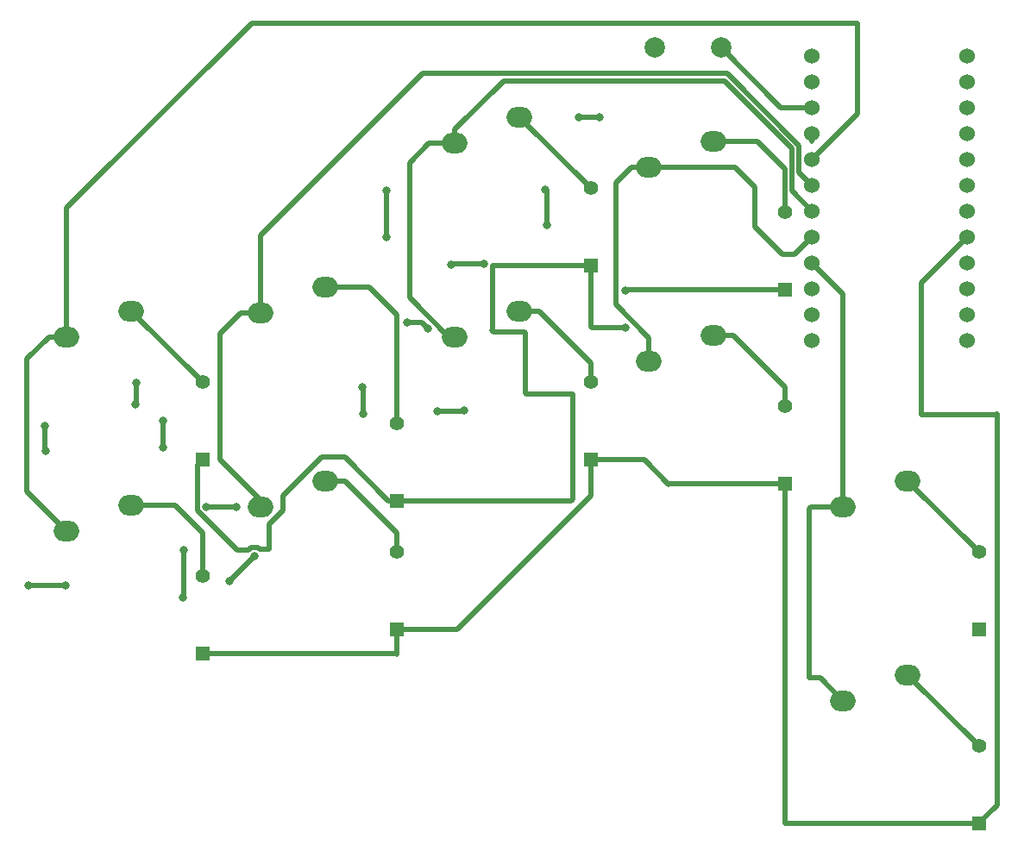
<source format=gbr>
%TF.GenerationSoftware,KiCad,Pcbnew,7.0.9*%
%TF.CreationDate,2023-11-17T20:08:44+09:00*%
%TF.ProjectId,Assemble,41737365-6d62-46c6-952e-6b696361645f,rev?*%
%TF.SameCoordinates,Original*%
%TF.FileFunction,Copper,L1,Top*%
%TF.FilePolarity,Positive*%
%FSLAX46Y46*%
G04 Gerber Fmt 4.6, Leading zero omitted, Abs format (unit mm)*
G04 Created by KiCad (PCBNEW 7.0.9) date 2023-11-17 20:08:44*
%MOMM*%
%LPD*%
G01*
G04 APERTURE LIST*
%TA.AperFunction,ComponentPad*%
%ADD10C,2.000000*%
%TD*%
%TA.AperFunction,ComponentPad*%
%ADD11R,1.397000X1.397000*%
%TD*%
%TA.AperFunction,ComponentPad*%
%ADD12C,1.397000*%
%TD*%
%TA.AperFunction,ComponentPad*%
%ADD13O,2.500000X2.000000*%
%TD*%
%TA.AperFunction,ComponentPad*%
%ADD14C,1.524000*%
%TD*%
%TA.AperFunction,ViaPad*%
%ADD15C,0.800000*%
%TD*%
%TA.AperFunction,Conductor*%
%ADD16C,0.500000*%
%TD*%
G04 APERTURE END LIST*
D10*
%TO.P,SW11,1,1*%
%TO.N,Rest*%
X91356250Y-107156250D03*
%TO.P,SW11,2,2*%
%TO.N,GND*%
X84856250Y-107156250D03*
%TD*%
D11*
%TO.P,D5,1,K*%
%TO.N,Low0*%
X78581250Y-128587500D03*
D12*
%TO.P,D5,2,A*%
%TO.N,Net-(D5-A)*%
X78581250Y-120967500D03*
%TD*%
D11*
%TO.P,D4,1,K*%
%TO.N,Low1*%
X59531250Y-164306250D03*
D12*
%TO.P,D4,2,A*%
%TO.N,Net-(D4-A)*%
X59531250Y-156686250D03*
%TD*%
D13*
%TO.P,SW1,1,1*%
%TO.N,Col0*%
X27146250Y-135572500D03*
%TO.P,SW1,2,2*%
%TO.N,Net-(D1-A)*%
X33496250Y-133032500D03*
%TD*%
D11*
%TO.P,D8,1,K*%
%TO.N,Low1*%
X97631250Y-150018750D03*
D12*
%TO.P,D8,2,A*%
%TO.N,Net-(D8-A)*%
X97631250Y-142398750D03*
%TD*%
D11*
%TO.P,D1,1,K*%
%TO.N,Low0*%
X40481250Y-147637500D03*
D12*
%TO.P,D1,2,A*%
%TO.N,Net-(D1-A)*%
X40481250Y-140017500D03*
%TD*%
D13*
%TO.P,SW6,1,1*%
%TO.N,Col2*%
X65246250Y-135572500D03*
%TO.P,SW6,2,2*%
%TO.N,Net-(D6-A)*%
X71596250Y-133032500D03*
%TD*%
D11*
%TO.P,D9,1,K*%
%TO.N,Low0*%
X116681250Y-164306250D03*
D12*
%TO.P,D9,2,A*%
%TO.N,Net-(D9-A)*%
X116681250Y-156686250D03*
%TD*%
D11*
%TO.P,D10,1,K*%
%TO.N,Low1*%
X116681250Y-183356250D03*
D12*
%TO.P,D10,2,A*%
%TO.N,Net-(D10-A)*%
X116681250Y-175736250D03*
%TD*%
D13*
%TO.P,SW3,1,1*%
%TO.N,Col1*%
X46196250Y-133191250D03*
%TO.P,SW3,2,2*%
%TO.N,Net-(D3-A)*%
X52546250Y-130651250D03*
%TD*%
%TO.P,SW2,1,1*%
%TO.N,Col0*%
X27146250Y-154622500D03*
%TO.P,SW2,2,2*%
%TO.N,Net-(D2-A)*%
X33496250Y-152082500D03*
%TD*%
%TO.P,SW7,1,1*%
%TO.N,Col3*%
X84296250Y-118903750D03*
%TO.P,SW7,2,2*%
%TO.N,Net-(D7-A)*%
X90646250Y-116363750D03*
%TD*%
%TO.P,SW9,1,1*%
%TO.N,Col4*%
X103346250Y-152241250D03*
%TO.P,SW9,2,2*%
%TO.N,Net-(D9-A)*%
X109696250Y-149701250D03*
%TD*%
%TO.P,SW4,1,1*%
%TO.N,Col1*%
X46196250Y-152241250D03*
%TO.P,SW4,2,2*%
%TO.N,Net-(D4-A)*%
X52546250Y-149701250D03*
%TD*%
%TO.P,SW8,1,1*%
%TO.N,Col3*%
X84296250Y-137953750D03*
%TO.P,SW8,2,2*%
%TO.N,Net-(D8-A)*%
X90646250Y-135413750D03*
%TD*%
D11*
%TO.P,D3,1,K*%
%TO.N,Low0*%
X59531250Y-151635000D03*
D12*
%TO.P,D3,2,A*%
%TO.N,Net-(D3-A)*%
X59531250Y-144015000D03*
%TD*%
D11*
%TO.P,D7,1,K*%
%TO.N,Low0*%
X97631250Y-130968750D03*
D12*
%TO.P,D7,2,A*%
%TO.N,Net-(D7-A)*%
X97631250Y-123348750D03*
%TD*%
D11*
%TO.P,D2,1,K*%
%TO.N,Low1*%
X40481250Y-166687500D03*
D12*
%TO.P,D2,2,A*%
%TO.N,Net-(D2-A)*%
X40481250Y-159067500D03*
%TD*%
D11*
%TO.P,D6,1,K*%
%TO.N,Low1*%
X78581250Y-147637500D03*
D12*
%TO.P,D6,2,A*%
%TO.N,Net-(D6-A)*%
X78581250Y-140017500D03*
%TD*%
D13*
%TO.P,SW10,1,1*%
%TO.N,Col4*%
X103346250Y-171291250D03*
%TO.P,SW10,2,2*%
%TO.N,Net-(D10-A)*%
X109696250Y-168751250D03*
%TD*%
%TO.P,SW5,1,1*%
%TO.N,Col2*%
X65246250Y-116522500D03*
%TO.P,SW5,2,2*%
%TO.N,Net-(D5-A)*%
X71596250Y-113982500D03*
%TD*%
D14*
%TO.P,U1,1,TX0/D3*%
%TO.N,unconnected-(U1-TX0{slash}D3-Pad1)*%
X115550000Y-107960000D03*
%TO.P,U1,2,RX1/D2*%
%TO.N,LED*%
X115550000Y-110500000D03*
%TO.P,U1,3,GND*%
%TO.N,GND*%
X115550000Y-113040000D03*
%TO.P,U1,4,GND*%
X115550000Y-115580000D03*
%TO.P,U1,5,2/D1/SDA*%
%TO.N,unconnected-(U1-2{slash}D1{slash}SDA-Pad5)*%
X115550000Y-118120000D03*
%TO.P,U1,6,3/D0/SCL*%
%TO.N,unconnected-(U1-3{slash}D0{slash}SCL-Pad6)*%
X115550000Y-120660000D03*
%TO.P,U1,7,4/D4*%
%TO.N,Low0*%
X115550000Y-123200000D03*
%TO.P,U1,8,5/C6*%
%TO.N,Low1*%
X115550000Y-125740000D03*
%TO.P,U1,9,6/D7*%
%TO.N,unconnected-(U1-6{slash}D7-Pad9)*%
X115550000Y-128280000D03*
%TO.P,U1,10,7/E6*%
%TO.N,unconnected-(U1-7{slash}E6-Pad10)*%
X115550000Y-130820000D03*
%TO.P,U1,11,8/B4*%
%TO.N,unconnected-(U1-8{slash}B4-Pad11)*%
X115550000Y-133360000D03*
%TO.P,U1,12,9/B5*%
%TO.N,unconnected-(U1-9{slash}B5-Pad12)*%
X115550000Y-135900000D03*
%TO.P,U1,13,B6/10*%
%TO.N,unconnected-(U1-B6{slash}10-Pad13)*%
X100310000Y-135900000D03*
%TO.P,U1,14,B2/16*%
%TO.N,unconnected-(U1-B2{slash}16-Pad14)*%
X100310000Y-133360000D03*
%TO.P,U1,15,B3/14*%
%TO.N,unconnected-(U1-B3{slash}14-Pad15)*%
X100310000Y-130820000D03*
%TO.P,U1,16,B1/15*%
%TO.N,Col4*%
X100310000Y-128280000D03*
%TO.P,U1,17,F7/A0*%
%TO.N,Col3*%
X100310000Y-125740000D03*
%TO.P,U1,18,F6/A1*%
%TO.N,Col2*%
X100310000Y-123200000D03*
%TO.P,U1,19,F5/A2*%
%TO.N,Col1*%
X100310000Y-120660000D03*
%TO.P,U1,20,F4/A3*%
%TO.N,Col0*%
X100310000Y-118120000D03*
%TO.P,U1,21,VCC*%
%TO.N,VCC*%
X100310000Y-115580000D03*
%TO.P,U1,22,RST*%
%TO.N,Rest*%
X100310000Y-113040000D03*
%TO.P,U1,23,GND*%
%TO.N,GND*%
X100310000Y-110500000D03*
%TO.P,U1,24,RAW*%
%TO.N,unconnected-(U1-RAW-Pad24)*%
X100310000Y-107960000D03*
%TD*%
D15*
%TO.N,Low0*%
X82000000Y-131040000D03*
X82000000Y-134680000D03*
%TO.N,VCC*%
X38620000Y-156530000D03*
X58500000Y-121210000D03*
X74280000Y-124599500D03*
X74140000Y-121070000D03*
X58500000Y-125750000D03*
X79440000Y-113970000D03*
X33960000Y-140060000D03*
X38570000Y-161170000D03*
X77425500Y-113970545D03*
X33900000Y-142189500D03*
%TO.N,Net-(LED1-DOUT)*%
X36580000Y-146450000D03*
X23410000Y-159970000D03*
X27010000Y-160000000D03*
X36580000Y-143800000D03*
%TO.N,LED*%
X25090000Y-146760000D03*
X25035562Y-144265562D03*
%TO.N,Net-(LED2-DOUT)*%
X40820000Y-152240000D03*
X43809500Y-152240000D03*
%TO.N,Net-(LED3-DOUT)*%
X56160000Y-140500000D03*
X43120000Y-159510000D03*
X45580000Y-157080000D03*
X43120000Y-159510000D03*
X56200000Y-143110000D03*
%TO.N,Net-(LED4-DOUT)*%
X66110000Y-142770000D03*
X63490000Y-142830000D03*
%TO.N,Net-(LED5-DOUT)*%
X62589067Y-134710442D03*
X60600000Y-134130000D03*
X68060000Y-128390000D03*
X64910000Y-128430000D03*
%TD*%
D16*
%TO.N,Net-(D1-A)*%
X40481250Y-140017500D02*
X33496250Y-133032500D01*
%TO.N,Low0*%
X72180000Y-135160000D02*
X72090000Y-135070000D01*
X68937500Y-128587500D02*
X78581250Y-128587500D01*
X47050000Y-156410000D02*
X46112082Y-156410000D01*
X68910000Y-134800000D02*
X68910000Y-128560000D01*
X82071250Y-130968750D02*
X97631250Y-130968750D01*
X39970000Y-152592082D02*
X39970000Y-148148750D01*
X82000000Y-131040000D02*
X82071250Y-130968750D01*
X43857918Y-156480000D02*
X39970000Y-152592082D01*
X72270000Y-141140000D02*
X72180000Y-141050000D01*
X52156890Y-147380000D02*
X48390000Y-151146890D01*
X54460000Y-147380000D02*
X52156890Y-147380000D01*
X46112082Y-156410000D02*
X45932082Y-156230000D01*
X45227918Y-156230000D02*
X44977918Y-156480000D01*
X68910000Y-128560000D02*
X68937500Y-128587500D01*
X78581250Y-128587500D02*
X78581250Y-134561250D01*
X72180000Y-141050000D02*
X72180000Y-135160000D01*
X78700000Y-134680000D02*
X82000000Y-134680000D01*
X76820000Y-141190000D02*
X76770000Y-141140000D01*
X59531250Y-151635000D02*
X76655000Y-151635000D01*
X59531250Y-151635000D02*
X58715000Y-151635000D01*
X58715000Y-151635000D02*
X54460000Y-147380000D01*
X48390000Y-151146890D02*
X48390000Y-152640000D01*
X76655000Y-151635000D02*
X76820000Y-151470000D01*
X69020000Y-135070000D02*
X68830000Y-134880000D01*
X72090000Y-135070000D02*
X69020000Y-135070000D01*
X45932082Y-156230000D02*
X45227918Y-156230000D01*
X76770000Y-141140000D02*
X72270000Y-141140000D01*
X76820000Y-151470000D02*
X76820000Y-141190000D01*
X68830000Y-134880000D02*
X68910000Y-134800000D01*
X44977918Y-156480000D02*
X43857918Y-156480000D01*
X47050000Y-153980000D02*
X47050000Y-156410000D01*
X39970000Y-148148750D02*
X40481250Y-147637500D01*
X78581250Y-134561250D02*
X78700000Y-134680000D01*
X48390000Y-152640000D02*
X47050000Y-153980000D01*
%TO.N,Net-(D2-A)*%
X37782500Y-152082500D02*
X40481250Y-154781250D01*
X40481250Y-154781250D02*
X40481250Y-159067500D01*
X33496250Y-152082500D02*
X37782500Y-152082500D01*
%TO.N,Low1*%
X118430000Y-143100000D02*
X118430000Y-181530000D01*
X59540000Y-166700000D02*
X59527500Y-166687500D01*
X118430000Y-181530000D02*
X116681250Y-183278750D01*
X59531250Y-164306250D02*
X59531250Y-166683750D01*
X97646250Y-183356250D02*
X116681250Y-183356250D01*
X118330000Y-143200000D02*
X118430000Y-143100000D01*
X65473750Y-164306250D02*
X59531250Y-164306250D01*
X86281250Y-150018750D02*
X97631250Y-150018750D01*
X97631250Y-173922303D02*
X97610000Y-173943553D01*
X78581250Y-147637500D02*
X78581250Y-151198750D01*
X78581250Y-151198750D02*
X65473750Y-164306250D01*
X59527500Y-166687500D02*
X40481250Y-166687500D01*
X97610000Y-183320000D02*
X97646250Y-183356250D01*
X83817500Y-147637500D02*
X86240000Y-150060000D01*
X97631250Y-150018750D02*
X97631250Y-173922303D01*
X116681250Y-183278750D02*
X116681250Y-183356250D01*
X97610000Y-173943553D02*
X97610000Y-183320000D01*
X78581250Y-147637500D02*
X83817500Y-147637500D01*
X111010000Y-130280000D02*
X111010000Y-143200000D01*
X59531250Y-166683750D02*
X59527500Y-166687500D01*
X111010000Y-143200000D02*
X118330000Y-143200000D01*
X115550000Y-125740000D02*
X111010000Y-130280000D01*
X86240000Y-150060000D02*
X86281250Y-150018750D01*
%TO.N,Net-(D3-A)*%
X52546250Y-130651250D02*
X56832500Y-130651250D01*
X59531250Y-133350000D02*
X59531250Y-144015000D01*
X56832500Y-130651250D02*
X59531250Y-133350000D01*
%TO.N,Net-(D4-A)*%
X54451250Y-149701250D02*
X52546250Y-149701250D01*
X59531250Y-154781250D02*
X54451250Y-149701250D01*
X59531250Y-156686250D02*
X59531250Y-154781250D01*
%TO.N,Net-(D5-A)*%
X78581250Y-120967500D02*
X71596250Y-113982500D01*
%TO.N,Net-(D6-A)*%
X73501250Y-133032500D02*
X78581250Y-138112500D01*
X71596250Y-133032500D02*
X73501250Y-133032500D01*
X78581250Y-138112500D02*
X78581250Y-140017500D01*
%TO.N,Net-(D7-A)*%
X94932500Y-116363750D02*
X90646250Y-116363750D01*
X97631250Y-119062500D02*
X94932500Y-116363750D01*
X97631250Y-123348750D02*
X97631250Y-119062500D01*
%TO.N,Net-(D8-A)*%
X97631250Y-140493750D02*
X92551250Y-135413750D01*
X92551250Y-135413750D02*
X90646250Y-135413750D01*
X97631250Y-142398750D02*
X97631250Y-140493750D01*
%TO.N,Net-(D9-A)*%
X116681250Y-156686250D02*
X109696250Y-149701250D01*
%TO.N,Net-(D10-A)*%
X109696250Y-168751250D02*
X116681250Y-175736250D01*
%TO.N,VCC*%
X74280000Y-121210000D02*
X74140000Y-121070000D01*
X79440000Y-113970000D02*
X77426045Y-113970000D01*
X38620000Y-161120000D02*
X38570000Y-161170000D01*
X58500000Y-125750000D02*
X58500000Y-121210000D01*
X33960000Y-142129500D02*
X33900000Y-142189500D01*
X100310000Y-115580000D02*
X100310000Y-116383750D01*
X77426045Y-113970000D02*
X77425500Y-113970545D01*
X38620000Y-156530000D02*
X38620000Y-161120000D01*
X33960000Y-140060000D02*
X33960000Y-142129500D01*
X74280000Y-124599500D02*
X74280000Y-121210000D01*
%TO.N,Net-(LED1-DOUT)*%
X36580000Y-143800000D02*
X36580000Y-146450000D01*
X36640000Y-146510000D02*
X36580000Y-146450000D01*
X23440000Y-160000000D02*
X23410000Y-159970000D01*
X27010000Y-160000000D02*
X23440000Y-160000000D01*
%TO.N,LED*%
X25035562Y-144265562D02*
X25035562Y-146705562D01*
X25035562Y-146705562D02*
X25090000Y-146760000D01*
%TO.N,Net-(LED2-DOUT)*%
X43809500Y-152240000D02*
X40820000Y-152240000D01*
%TO.N,Net-(LED3-DOUT)*%
X56200000Y-140540000D02*
X56160000Y-140500000D01*
X43120000Y-159510000D02*
X43150000Y-159510000D01*
X56200000Y-143110000D02*
X56200000Y-140540000D01*
X43150000Y-159510000D02*
X45580000Y-157080000D01*
%TO.N,Net-(LED4-DOUT)*%
X66050000Y-142830000D02*
X66110000Y-142770000D01*
X63490000Y-142830000D02*
X66050000Y-142830000D01*
%TO.N,Net-(LED5-DOUT)*%
X64950000Y-128390000D02*
X68060000Y-128390000D01*
X64910000Y-128430000D02*
X64950000Y-128390000D01*
X62008625Y-134130000D02*
X62589067Y-134710442D01*
X60600000Y-134130000D02*
X62008625Y-134130000D01*
%TO.N,Col0*%
X27146250Y-122872500D02*
X45278750Y-104740000D01*
X45278750Y-104740000D02*
X104775000Y-104740000D01*
X104775000Y-113655000D02*
X100310000Y-118120000D01*
X27146250Y-135572500D02*
X27146250Y-122872500D01*
X25396250Y-135572500D02*
X23240000Y-137728750D01*
X27146250Y-135572500D02*
X25396250Y-135572500D01*
X23240000Y-137728750D02*
X23240000Y-150716250D01*
X23240000Y-150716250D02*
X27146250Y-154622500D01*
X104775000Y-104740000D02*
X104775000Y-113655000D01*
%TO.N,Col1*%
X46196250Y-151606250D02*
X46196250Y-152241250D01*
X46196250Y-133191250D02*
X44218750Y-133191250D01*
X99031250Y-116771300D02*
X91969949Y-109710000D01*
X44218750Y-133191250D02*
X42190000Y-135220000D01*
X91969949Y-109710000D02*
X62090000Y-109710000D01*
X62090000Y-109710000D02*
X46196250Y-125603750D01*
X42190000Y-147600000D02*
X46196250Y-151606250D01*
X100310000Y-120660000D02*
X99031250Y-119381250D01*
X46196250Y-125603750D02*
X46196250Y-133191250D01*
X42190000Y-135220000D02*
X42190000Y-147600000D01*
X99031250Y-119381250D02*
X99031250Y-116771300D01*
%TO.N,Rest*%
X97240000Y-113040000D02*
X100310000Y-113040000D01*
X91356250Y-107156250D02*
X97240000Y-113040000D01*
%TO.N,Col2*%
X98331250Y-117061250D02*
X91680000Y-110410000D01*
X98331250Y-121221250D02*
X98331250Y-117061250D01*
X64652500Y-135572500D02*
X65246250Y-135572500D01*
X65246250Y-116522500D02*
X62707500Y-116522500D01*
X60780000Y-118450000D02*
X60780000Y-131700000D01*
X70010000Y-110410000D02*
X65246250Y-115173750D01*
X100310000Y-123200000D02*
X98331250Y-121221250D01*
X62707500Y-116522500D02*
X60780000Y-118450000D01*
X60780000Y-131700000D02*
X64652500Y-135572500D01*
X91680000Y-110410000D02*
X70010000Y-110410000D01*
X100280000Y-123200000D02*
X100150000Y-123330000D01*
X65246250Y-115173750D02*
X65246250Y-116522500D01*
%TO.N,Col3*%
X81010000Y-132340000D02*
X84296250Y-135626250D01*
X98280000Y-127440000D02*
X98610000Y-127440000D01*
X94642550Y-124712550D02*
X97420000Y-127490000D01*
X81010000Y-120440000D02*
X81010000Y-132340000D01*
X97420000Y-127490000D02*
X98230000Y-127490000D01*
X84296250Y-135626250D02*
X84296250Y-137953750D01*
X82546250Y-118903750D02*
X81010000Y-120440000D01*
X98230000Y-127490000D02*
X98280000Y-127440000D01*
X84296250Y-118903750D02*
X82546250Y-118903750D01*
X84296250Y-118903750D02*
X92696860Y-118903750D01*
X98610000Y-127440000D02*
X100310000Y-125740000D01*
X94642550Y-120849440D02*
X94642550Y-124712550D01*
X92696860Y-118903750D02*
X94642550Y-120849440D01*
%TO.N,Col4*%
X100310000Y-128280000D02*
X103346250Y-131316250D01*
X101123750Y-169068750D02*
X103346250Y-171291250D01*
X100171250Y-152241250D02*
X100012500Y-152400000D01*
X100012500Y-152400000D02*
X100012500Y-169068750D01*
X103346250Y-131316250D02*
X103346250Y-152241250D01*
X103346250Y-152241250D02*
X100171250Y-152241250D01*
X100012500Y-169068750D02*
X101123750Y-169068750D01*
%TD*%
M02*

</source>
